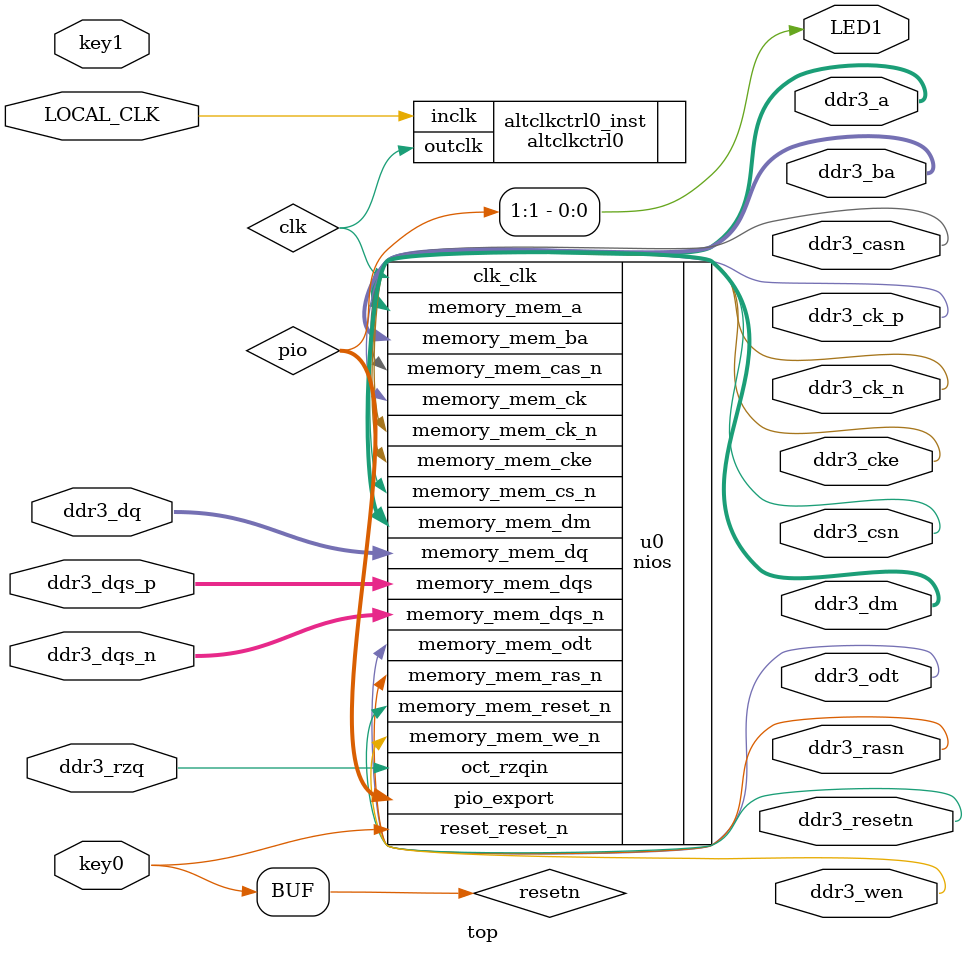
<source format=sv>

module top
  (
   // 20 MHz local board clock
   input 		 LOCAL_CLK,
   // LEDs
   output 		 LED1,
	
	// Keys
	input key0,
	input key1,

   // DDR signals
   output 		 ddr3_resetn,
   output [14:0] ddr3_a,
   output [2:0]  ddr3_ba,
   output 		 ddr3_ck_p,
   output 		 ddr3_ck_n,
   output 		 ddr3_cke,
   output 		 ddr3_csn,
   output [1:0]  ddr3_dm,
   output 		 ddr3_odt,
   output 		 ddr3_rasn,
   output 		 ddr3_casn,
   output 		 ddr3_wen,
   inout [15:0]  ddr3_dq,
   inout [1:0] 	 ddr3_dqs_p,
   inout [1:0] 	 ddr3_dqs_n,
   input 		 ddr3_rzq
   );
   
   //
   // Nets
   // 
   
   // PIO outputs
   wire [7:0] 	 pio;
   
   // System reset
   wire 		 resetn;
   
   // System PLL locked signal
   wire 		 locked;
   
   // System clock 100 MHz
   wire 		 clk;
	
	altclkctrl0 altclkctrl0_inst 
	(
	.inclk  (LOCAL_CLK),
	.outclk (clk)
	);
	
   nios u0 
	 (
      .clk_clk            (clk),
      .memory_mem_a       (ddr3_a),       
      .memory_mem_ba      (ddr3_ba),
      .memory_mem_ck      (ddr3_ck_p),
      .memory_mem_ck_n    (ddr3_ck_n),
      .memory_mem_cke     (ddr3_cke),
      .memory_mem_cs_n    (ddr3_csn),
      .memory_mem_dm      (ddr3_dm),
      .memory_mem_ras_n   (ddr3_rasn),
      .memory_mem_cas_n   (ddr3_casn),
      .memory_mem_we_n    (ddr3_wen),
      .memory_mem_reset_n (ddr3_resetn),
      .memory_mem_dq      (ddr3_dq),
      .memory_mem_dqs     (ddr3_dqs_p),
      .memory_mem_dqs_n   (ddr3_dqs_n),
      .memory_mem_odt(ddr3_odt),
	   .oct_rzqin (ddr3_rzq),
      .pio_export         (pio),
      .reset_reset_n      (resetn)
      );
   
   
   assign resetn = key0;	 
   assign LED1 = pio[1];

endmodule // top


</source>
